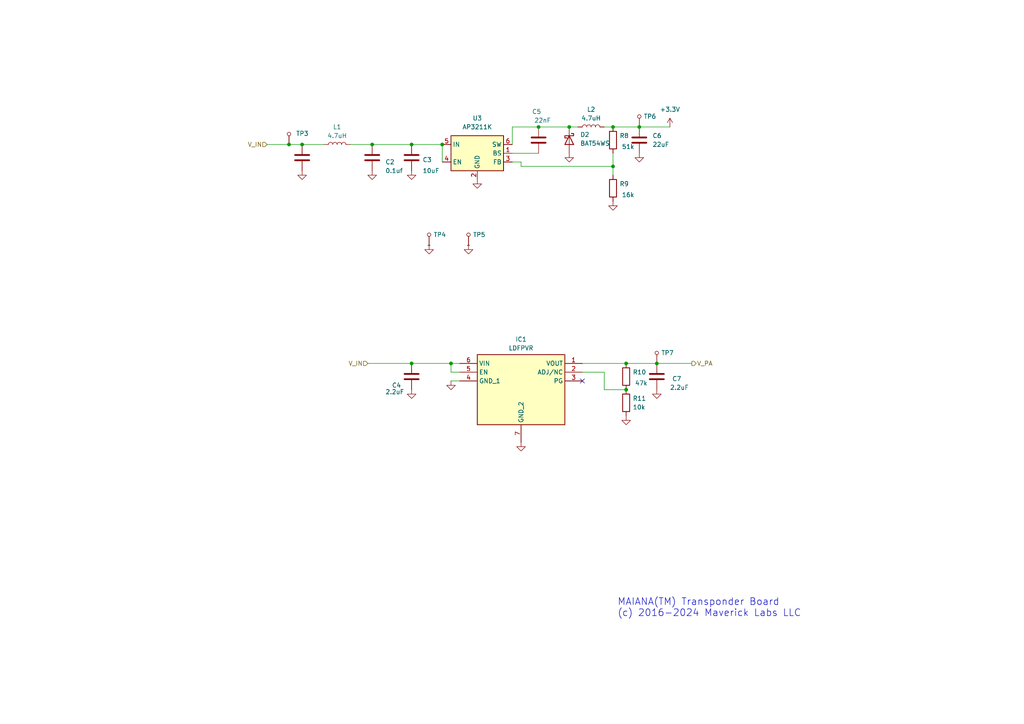
<source format=kicad_sch>
(kicad_sch
	(version 20231120)
	(generator "eeschema")
	(generator_version "8.0")
	(uuid "45bf777a-bb9b-4e24-95df-9078f1c71aea")
	(paper "A4")
	(title_block
		(title "Power Supply")
		(date "2025-05-28")
		(rev "11.9.2")
		(company "GBC.ro")
	)
	(lib_symbols
		(symbol "Device:C"
			(pin_numbers hide)
			(pin_names
				(offset 0.254)
			)
			(exclude_from_sim no)
			(in_bom yes)
			(on_board yes)
			(property "Reference" "C"
				(at 0.635 2.54 0)
				(effects
					(font
						(size 1.27 1.27)
					)
					(justify left)
				)
			)
			(property "Value" "C"
				(at 0.635 -2.54 0)
				(effects
					(font
						(size 1.27 1.27)
					)
					(justify left)
				)
			)
			(property "Footprint" ""
				(at 0.9652 -3.81 0)
				(effects
					(font
						(size 1.27 1.27)
					)
					(hide yes)
				)
			)
			(property "Datasheet" "~"
				(at 0 0 0)
				(effects
					(font
						(size 1.27 1.27)
					)
					(hide yes)
				)
			)
			(property "Description" "Unpolarized capacitor"
				(at 0 0 0)
				(effects
					(font
						(size 1.27 1.27)
					)
					(hide yes)
				)
			)
			(property "ki_keywords" "cap capacitor"
				(at 0 0 0)
				(effects
					(font
						(size 1.27 1.27)
					)
					(hide yes)
				)
			)
			(property "ki_fp_filters" "C_*"
				(at 0 0 0)
				(effects
					(font
						(size 1.27 1.27)
					)
					(hide yes)
				)
			)
			(symbol "C_0_1"
				(polyline
					(pts
						(xy -2.032 -0.762) (xy 2.032 -0.762)
					)
					(stroke
						(width 0.508)
						(type default)
					)
					(fill
						(type none)
					)
				)
				(polyline
					(pts
						(xy -2.032 0.762) (xy 2.032 0.762)
					)
					(stroke
						(width 0.508)
						(type default)
					)
					(fill
						(type none)
					)
				)
			)
			(symbol "C_1_1"
				(pin passive line
					(at 0 3.81 270)
					(length 2.794)
					(name "~"
						(effects
							(font
								(size 1.27 1.27)
							)
						)
					)
					(number "1"
						(effects
							(font
								(size 1.27 1.27)
							)
						)
					)
				)
				(pin passive line
					(at 0 -3.81 90)
					(length 2.794)
					(name "~"
						(effects
							(font
								(size 1.27 1.27)
							)
						)
					)
					(number "2"
						(effects
							(font
								(size 1.27 1.27)
							)
						)
					)
				)
			)
		)
		(symbol "Device:D_Schottky"
			(pin_numbers hide)
			(pin_names
				(offset 1.016) hide)
			(exclude_from_sim no)
			(in_bom yes)
			(on_board yes)
			(property "Reference" "D"
				(at 0 2.54 0)
				(effects
					(font
						(size 1.27 1.27)
					)
				)
			)
			(property "Value" "D_Schottky"
				(at 0 -2.54 0)
				(effects
					(font
						(size 1.27 1.27)
					)
				)
			)
			(property "Footprint" ""
				(at 0 0 0)
				(effects
					(font
						(size 1.27 1.27)
					)
					(hide yes)
				)
			)
			(property "Datasheet" "~"
				(at 0 0 0)
				(effects
					(font
						(size 1.27 1.27)
					)
					(hide yes)
				)
			)
			(property "Description" "Schottky diode"
				(at 0 0 0)
				(effects
					(font
						(size 1.27 1.27)
					)
					(hide yes)
				)
			)
			(property "ki_keywords" "diode Schottky"
				(at 0 0 0)
				(effects
					(font
						(size 1.27 1.27)
					)
					(hide yes)
				)
			)
			(property "ki_fp_filters" "TO-???* *_Diode_* *SingleDiode* D_*"
				(at 0 0 0)
				(effects
					(font
						(size 1.27 1.27)
					)
					(hide yes)
				)
			)
			(symbol "D_Schottky_0_1"
				(polyline
					(pts
						(xy 1.27 0) (xy -1.27 0)
					)
					(stroke
						(width 0)
						(type default)
					)
					(fill
						(type none)
					)
				)
				(polyline
					(pts
						(xy 1.27 1.27) (xy 1.27 -1.27) (xy -1.27 0) (xy 1.27 1.27)
					)
					(stroke
						(width 0.254)
						(type default)
					)
					(fill
						(type none)
					)
				)
				(polyline
					(pts
						(xy -1.905 0.635) (xy -1.905 1.27) (xy -1.27 1.27) (xy -1.27 -1.27) (xy -0.635 -1.27) (xy -0.635 -0.635)
					)
					(stroke
						(width 0.254)
						(type default)
					)
					(fill
						(type none)
					)
				)
			)
			(symbol "D_Schottky_1_1"
				(pin passive line
					(at -3.81 0 0)
					(length 2.54)
					(name "K"
						(effects
							(font
								(size 1.27 1.27)
							)
						)
					)
					(number "1"
						(effects
							(font
								(size 1.27 1.27)
							)
						)
					)
				)
				(pin passive line
					(at 3.81 0 180)
					(length 2.54)
					(name "A"
						(effects
							(font
								(size 1.27 1.27)
							)
						)
					)
					(number "2"
						(effects
							(font
								(size 1.27 1.27)
							)
						)
					)
				)
			)
		)
		(symbol "Device:L"
			(pin_numbers hide)
			(pin_names
				(offset 1.016) hide)
			(exclude_from_sim no)
			(in_bom yes)
			(on_board yes)
			(property "Reference" "L"
				(at -1.27 0 90)
				(effects
					(font
						(size 1.27 1.27)
					)
				)
			)
			(property "Value" "L"
				(at 1.905 0 90)
				(effects
					(font
						(size 1.27 1.27)
					)
				)
			)
			(property "Footprint" ""
				(at 0 0 0)
				(effects
					(font
						(size 1.27 1.27)
					)
					(hide yes)
				)
			)
			(property "Datasheet" "~"
				(at 0 0 0)
				(effects
					(font
						(size 1.27 1.27)
					)
					(hide yes)
				)
			)
			(property "Description" "Inductor"
				(at 0 0 0)
				(effects
					(font
						(size 1.27 1.27)
					)
					(hide yes)
				)
			)
			(property "ki_keywords" "inductor choke coil reactor magnetic"
				(at 0 0 0)
				(effects
					(font
						(size 1.27 1.27)
					)
					(hide yes)
				)
			)
			(property "ki_fp_filters" "Choke_* *Coil* Inductor_* L_*"
				(at 0 0 0)
				(effects
					(font
						(size 1.27 1.27)
					)
					(hide yes)
				)
			)
			(symbol "L_0_1"
				(arc
					(start 0 -2.54)
					(mid 0.6323 -1.905)
					(end 0 -1.27)
					(stroke
						(width 0)
						(type default)
					)
					(fill
						(type none)
					)
				)
				(arc
					(start 0 -1.27)
					(mid 0.6323 -0.635)
					(end 0 0)
					(stroke
						(width 0)
						(type default)
					)
					(fill
						(type none)
					)
				)
				(arc
					(start 0 0)
					(mid 0.6323 0.635)
					(end 0 1.27)
					(stroke
						(width 0)
						(type default)
					)
					(fill
						(type none)
					)
				)
				(arc
					(start 0 1.27)
					(mid 0.6323 1.905)
					(end 0 2.54)
					(stroke
						(width 0)
						(type default)
					)
					(fill
						(type none)
					)
				)
			)
			(symbol "L_1_1"
				(pin passive line
					(at 0 3.81 270)
					(length 1.27)
					(name "1"
						(effects
							(font
								(size 1.27 1.27)
							)
						)
					)
					(number "1"
						(effects
							(font
								(size 1.27 1.27)
							)
						)
					)
				)
				(pin passive line
					(at 0 -3.81 90)
					(length 1.27)
					(name "2"
						(effects
							(font
								(size 1.27 1.27)
							)
						)
					)
					(number "2"
						(effects
							(font
								(size 1.27 1.27)
							)
						)
					)
				)
			)
		)
		(symbol "Device:R"
			(pin_numbers hide)
			(pin_names
				(offset 0)
			)
			(exclude_from_sim no)
			(in_bom yes)
			(on_board yes)
			(property "Reference" "R"
				(at 2.032 0 90)
				(effects
					(font
						(size 1.27 1.27)
					)
				)
			)
			(property "Value" "R"
				(at 0 0 90)
				(effects
					(font
						(size 1.27 1.27)
					)
				)
			)
			(property "Footprint" ""
				(at -1.778 0 90)
				(effects
					(font
						(size 1.27 1.27)
					)
					(hide yes)
				)
			)
			(property "Datasheet" "~"
				(at 0 0 0)
				(effects
					(font
						(size 1.27 1.27)
					)
					(hide yes)
				)
			)
			(property "Description" "Resistor"
				(at 0 0 0)
				(effects
					(font
						(size 1.27 1.27)
					)
					(hide yes)
				)
			)
			(property "ki_keywords" "R res resistor"
				(at 0 0 0)
				(effects
					(font
						(size 1.27 1.27)
					)
					(hide yes)
				)
			)
			(property "ki_fp_filters" "R_*"
				(at 0 0 0)
				(effects
					(font
						(size 1.27 1.27)
					)
					(hide yes)
				)
			)
			(symbol "R_0_1"
				(rectangle
					(start -1.016 -2.54)
					(end 1.016 2.54)
					(stroke
						(width 0.254)
						(type default)
					)
					(fill
						(type none)
					)
				)
			)
			(symbol "R_1_1"
				(pin passive line
					(at 0 3.81 270)
					(length 1.27)
					(name "~"
						(effects
							(font
								(size 1.27 1.27)
							)
						)
					)
					(number "1"
						(effects
							(font
								(size 1.27 1.27)
							)
						)
					)
				)
				(pin passive line
					(at 0 -3.81 90)
					(length 1.27)
					(name "~"
						(effects
							(font
								(size 1.27 1.27)
							)
						)
					)
					(number "2"
						(effects
							(font
								(size 1.27 1.27)
							)
						)
					)
				)
			)
		)
		(symbol "LDFPVR:LDFPVR"
			(exclude_from_sim no)
			(in_bom yes)
			(on_board yes)
			(property "Reference" "IC"
				(at 31.75 7.62 0)
				(effects
					(font
						(size 1.27 1.27)
					)
					(justify left top)
				)
			)
			(property "Value" "LDFPVR"
				(at 31.75 5.08 0)
				(effects
					(font
						(size 1.27 1.27)
					)
					(justify left top)
				)
			)
			(property "Footprint" "SON65P200X200X100-7N-D"
				(at 31.75 -94.92 0)
				(effects
					(font
						(size 1.27 1.27)
					)
					(justify left top)
					(hide yes)
				)
			)
			(property "Datasheet" "http://www.st.com/content/ccc/resource/technical/document/datasheet/3e/64/32/d3/73/04/4a/70/DM00099995.pdf/files/DM00099995.pdf/jcr:content/translations/en.DM00099995.pdf"
				(at 31.75 -194.92 0)
				(effects
					(font
						(size 1.27 1.27)
					)
					(justify left top)
					(hide yes)
				)
			)
			(property "Description" "STMicroelectronics LDFPVR, LDO Voltage Regulator, Adjustable 1A, 0.8  12 V +/-1.5%, 6-Pin DFN"
				(at 0 0 0)
				(effects
					(font
						(size 1.27 1.27)
					)
					(hide yes)
				)
			)
			(property "Height" "1"
				(at 31.75 -394.92 0)
				(effects
					(font
						(size 1.27 1.27)
					)
					(justify left top)
					(hide yes)
				)
			)
			(property "Mouser Part Number" "511-LDFPVR"
				(at 31.75 -494.92 0)
				(effects
					(font
						(size 1.27 1.27)
					)
					(justify left top)
					(hide yes)
				)
			)
			(property "Mouser Price/Stock" "https://www.mouser.co.uk/ProductDetail/STMicroelectronics/LDFPVR?qs=xLDY6iXSiQbeQdnd6kJYEg%3D%3D"
				(at 31.75 -594.92 0)
				(effects
					(font
						(size 1.27 1.27)
					)
					(justify left top)
					(hide yes)
				)
			)
			(property "Manufacturer_Name" "STMicroelectronics"
				(at 31.75 -694.92 0)
				(effects
					(font
						(size 1.27 1.27)
					)
					(justify left top)
					(hide yes)
				)
			)
			(property "Manufacturer_Part_Number" "LDFPVR"
				(at 31.75 -794.92 0)
				(effects
					(font
						(size 1.27 1.27)
					)
					(justify left top)
					(hide yes)
				)
			)
			(symbol "LDFPVR_1_1"
				(rectangle
					(start 5.08 2.54)
					(end 30.48 -17.78)
					(stroke
						(width 0.254)
						(type default)
					)
					(fill
						(type background)
					)
				)
				(pin passive line
					(at 0 0 0)
					(length 5.08)
					(name "VOUT"
						(effects
							(font
								(size 1.27 1.27)
							)
						)
					)
					(number "1"
						(effects
							(font
								(size 1.27 1.27)
							)
						)
					)
				)
				(pin passive line
					(at 0 -2.54 0)
					(length 5.08)
					(name "ADJ/NC"
						(effects
							(font
								(size 1.27 1.27)
							)
						)
					)
					(number "2"
						(effects
							(font
								(size 1.27 1.27)
							)
						)
					)
				)
				(pin passive line
					(at 0 -5.08 0)
					(length 5.08)
					(name "PG"
						(effects
							(font
								(size 1.27 1.27)
							)
						)
					)
					(number "3"
						(effects
							(font
								(size 1.27 1.27)
							)
						)
					)
				)
				(pin passive line
					(at 35.56 -5.08 180)
					(length 5.08)
					(name "GND_1"
						(effects
							(font
								(size 1.27 1.27)
							)
						)
					)
					(number "4"
						(effects
							(font
								(size 1.27 1.27)
							)
						)
					)
				)
				(pin passive line
					(at 35.56 -2.54 180)
					(length 5.08)
					(name "EN"
						(effects
							(font
								(size 1.27 1.27)
							)
						)
					)
					(number "5"
						(effects
							(font
								(size 1.27 1.27)
							)
						)
					)
				)
				(pin passive line
					(at 35.56 0 180)
					(length 5.08)
					(name "VIN"
						(effects
							(font
								(size 1.27 1.27)
							)
						)
					)
					(number "6"
						(effects
							(font
								(size 1.27 1.27)
							)
						)
					)
				)
				(pin passive line
					(at 17.78 -22.86 90)
					(length 5.08)
					(name "GND_2"
						(effects
							(font
								(size 1.27 1.27)
							)
						)
					)
					(number "7"
						(effects
							(font
								(size 1.27 1.27)
							)
						)
					)
				)
			)
		)
		(symbol "Regulator_Switching:AP3211K"
			(exclude_from_sim no)
			(in_bom yes)
			(on_board yes)
			(property "Reference" "U"
				(at -7.62 6.35 0)
				(effects
					(font
						(size 1.27 1.27)
					)
					(justify left)
				)
			)
			(property "Value" "AP3211K"
				(at 0 6.35 0)
				(effects
					(font
						(size 1.27 1.27)
					)
					(justify left)
				)
			)
			(property "Footprint" "Package_TO_SOT_SMD:SOT-23-6"
				(at 17.78 -7.62 0)
				(effects
					(font
						(size 1.27 1.27)
					)
					(hide yes)
				)
			)
			(property "Datasheet" "https://www.diodes.com/assets/Datasheets/AP3211.pdf"
				(at 0 8.89 0)
				(effects
					(font
						(size 1.27 1.27)
					)
					(hide yes)
				)
			)
			(property "Description" "1.5A, Adjustable Step-Down Voltage Regulator, 1.4MHz Frequency, Vin=4.5..18V, Vout=0.81..15V, SOT-23-6"
				(at 0 0 0)
				(effects
					(font
						(size 1.27 1.27)
					)
					(hide yes)
				)
			)
			(property "ki_keywords" "Step-Down PWM buck Voltage Regulator"
				(at 0 0 0)
				(effects
					(font
						(size 1.27 1.27)
					)
					(hide yes)
				)
			)
			(property "ki_fp_filters" "SOT?23*"
				(at 0 0 0)
				(effects
					(font
						(size 1.27 1.27)
					)
					(hide yes)
				)
			)
			(symbol "AP3211K_0_1"
				(rectangle
					(start -7.62 5.08)
					(end 7.62 -5.08)
					(stroke
						(width 0.254)
						(type default)
					)
					(fill
						(type background)
					)
				)
			)
			(symbol "AP3211K_1_1"
				(pin passive line
					(at 10.16 0 180)
					(length 2.54)
					(name "BS"
						(effects
							(font
								(size 1.27 1.27)
							)
						)
					)
					(number "1"
						(effects
							(font
								(size 1.27 1.27)
							)
						)
					)
				)
				(pin power_in line
					(at 0 -7.62 90)
					(length 2.54)
					(name "GND"
						(effects
							(font
								(size 1.27 1.27)
							)
						)
					)
					(number "2"
						(effects
							(font
								(size 1.27 1.27)
							)
						)
					)
				)
				(pin input line
					(at 10.16 -2.54 180)
					(length 2.54)
					(name "FB"
						(effects
							(font
								(size 1.27 1.27)
							)
						)
					)
					(number "3"
						(effects
							(font
								(size 1.27 1.27)
							)
						)
					)
				)
				(pin input line
					(at -10.16 -2.54 0)
					(length 2.54)
					(name "EN"
						(effects
							(font
								(size 1.27 1.27)
							)
						)
					)
					(number "4"
						(effects
							(font
								(size 1.27 1.27)
							)
						)
					)
				)
				(pin power_in line
					(at -10.16 2.54 0)
					(length 2.54)
					(name "IN"
						(effects
							(font
								(size 1.27 1.27)
							)
						)
					)
					(number "5"
						(effects
							(font
								(size 1.27 1.27)
							)
						)
					)
				)
				(pin passive line
					(at 10.16 2.54 180)
					(length 2.54)
					(name "SW"
						(effects
							(font
								(size 1.27 1.27)
							)
						)
					)
					(number "6"
						(effects
							(font
								(size 1.27 1.27)
							)
						)
					)
				)
			)
		)
		(symbol "TestPads:TestPad-D1.2mm"
			(exclude_from_sim no)
			(in_bom yes)
			(on_board yes)
			(property "Reference" "TP"
				(at 1.27 4.826 0)
				(effects
					(font
						(size 1.27 1.27)
					)
				)
			)
			(property "Value" ""
				(at 0 0 0)
				(effects
					(font
						(size 1.27 1.27)
					)
				)
			)
			(property "Footprint" "TestPads:TP_1.2MM"
				(at 0 0 0)
				(effects
					(font
						(size 1.27 1.27)
					)
					(hide yes)
				)
			)
			(property "Datasheet" ""
				(at 0 0 0)
				(effects
					(font
						(size 1.27 1.27)
					)
					(hide yes)
				)
			)
			(property "Description" ""
				(at 0 0 0)
				(effects
					(font
						(size 1.27 1.27)
					)
					(hide yes)
				)
			)
			(symbol "TestPad-D1.2mm_0_1"
				(circle
					(center 0 3.048)
					(radius 0.508)
					(stroke
						(width 0)
						(type default)
					)
					(fill
						(type none)
					)
				)
			)
			(symbol "TestPad-D1.2mm_1_1"
				(pin passive line
					(at 0 0 90)
					(length 2.54)
					(name "P"
						(effects
							(font
								(size 0 0)
							)
						)
					)
					(number "1"
						(effects
							(font
								(size 0 0)
							)
						)
					)
				)
			)
		)
		(symbol "power:+3.3V"
			(power)
			(pin_names
				(offset 0)
			)
			(exclude_from_sim no)
			(in_bom yes)
			(on_board yes)
			(property "Reference" "#PWR"
				(at 0 -3.81 0)
				(effects
					(font
						(size 1.27 1.27)
					)
					(hide yes)
				)
			)
			(property "Value" "+3.3V"
				(at 0 3.556 0)
				(effects
					(font
						(size 1.27 1.27)
					)
				)
			)
			(property "Footprint" ""
				(at 0 0 0)
				(effects
					(font
						(size 1.27 1.27)
					)
					(hide yes)
				)
			)
			(property "Datasheet" ""
				(at 0 0 0)
				(effects
					(font
						(size 1.27 1.27)
					)
					(hide yes)
				)
			)
			(property "Description" "Power symbol creates a global label with name \"+3.3V\""
				(at 0 0 0)
				(effects
					(font
						(size 1.27 1.27)
					)
					(hide yes)
				)
			)
			(property "ki_keywords" "global power"
				(at 0 0 0)
				(effects
					(font
						(size 1.27 1.27)
					)
					(hide yes)
				)
			)
			(symbol "+3.3V_0_1"
				(polyline
					(pts
						(xy -0.762 1.27) (xy 0 2.54)
					)
					(stroke
						(width 0)
						(type default)
					)
					(fill
						(type none)
					)
				)
				(polyline
					(pts
						(xy 0 0) (xy 0 2.54)
					)
					(stroke
						(width 0)
						(type default)
					)
					(fill
						(type none)
					)
				)
				(polyline
					(pts
						(xy 0 2.54) (xy 0.762 1.27)
					)
					(stroke
						(width 0)
						(type default)
					)
					(fill
						(type none)
					)
				)
			)
			(symbol "+3.3V_1_1"
				(pin power_in line
					(at 0 0 90)
					(length 0) hide
					(name "+3.3V"
						(effects
							(font
								(size 1.27 1.27)
							)
						)
					)
					(number "1"
						(effects
							(font
								(size 1.27 1.27)
							)
						)
					)
				)
			)
		)
		(symbol "power:GND"
			(power)
			(pin_names
				(offset 0)
			)
			(exclude_from_sim no)
			(in_bom yes)
			(on_board yes)
			(property "Reference" "#PWR"
				(at 0 -6.35 0)
				(effects
					(font
						(size 1.27 1.27)
					)
					(hide yes)
				)
			)
			(property "Value" "GND"
				(at 0 -3.81 0)
				(effects
					(font
						(size 1.27 1.27)
					)
				)
			)
			(property "Footprint" ""
				(at 0 0 0)
				(effects
					(font
						(size 1.27 1.27)
					)
					(hide yes)
				)
			)
			(property "Datasheet" ""
				(at 0 0 0)
				(effects
					(font
						(size 1.27 1.27)
					)
					(hide yes)
				)
			)
			(property "Description" "Power symbol creates a global label with name \"GND\" , ground"
				(at 0 0 0)
				(effects
					(font
						(size 1.27 1.27)
					)
					(hide yes)
				)
			)
			(property "ki_keywords" "global power"
				(at 0 0 0)
				(effects
					(font
						(size 1.27 1.27)
					)
					(hide yes)
				)
			)
			(symbol "GND_0_1"
				(polyline
					(pts
						(xy 0 0) (xy 0 -1.27) (xy 1.27 -1.27) (xy 0 -2.54) (xy -1.27 -1.27) (xy 0 -1.27)
					)
					(stroke
						(width 0)
						(type default)
					)
					(fill
						(type none)
					)
				)
			)
			(symbol "GND_1_1"
				(pin power_in line
					(at 0 0 270)
					(length 0) hide
					(name "GND"
						(effects
							(font
								(size 1.27 1.27)
							)
						)
					)
					(number "1"
						(effects
							(font
								(size 1.27 1.27)
							)
						)
					)
				)
			)
		)
	)
	(junction
		(at 181.61 105.41)
		(diameter 0)
		(color 0 0 0 0)
		(uuid "07617e39-6415-4d39-81d5-11dc39ec2d19")
	)
	(junction
		(at 165.1 36.83)
		(diameter 0)
		(color 0 0 0 0)
		(uuid "25e45869-4e31-47ec-95e3-a72ac5741fae")
	)
	(junction
		(at 181.61 113.03)
		(diameter 0)
		(color 0 0 0 0)
		(uuid "30e43252-92cd-4bae-a543-a8c5c622ca75")
	)
	(junction
		(at 119.38 41.91)
		(diameter 0)
		(color 0 0 0 0)
		(uuid "3a290a9a-6de7-41de-88d7-8dcf670236c5")
	)
	(junction
		(at 156.21 36.83)
		(diameter 0)
		(color 0 0 0 0)
		(uuid "407e74d9-6f6e-4cf0-91ca-abeaaa30eac0")
	)
	(junction
		(at 87.63 41.91)
		(diameter 0)
		(color 0 0 0 0)
		(uuid "47af1c8d-cd2d-40e9-9d3c-d621c9eebd93")
	)
	(junction
		(at 119.38 105.41)
		(diameter 0)
		(color 0 0 0 0)
		(uuid "65c80478-c3dc-418f-9a4b-33b4f68abcc1")
	)
	(junction
		(at 185.42 36.83)
		(diameter 0)
		(color 0 0 0 0)
		(uuid "7e627f3d-b0bb-4edc-b652-450a47da4dbf")
	)
	(junction
		(at 177.8 48.26)
		(diameter 0)
		(color 0 0 0 0)
		(uuid "96dce03a-a3cb-404e-acbd-d9cc396f35df")
	)
	(junction
		(at 107.95 41.91)
		(diameter 0)
		(color 0 0 0 0)
		(uuid "9ebaccaf-1f69-4de3-a4ee-c7a927fe4d77")
	)
	(junction
		(at 128.27 41.91)
		(diameter 0)
		(color 0 0 0 0)
		(uuid "a4c545fd-b831-45c0-ad27-3cd4278fa029")
	)
	(junction
		(at 177.8 36.83)
		(diameter 0)
		(color 0 0 0 0)
		(uuid "af6bc547-7086-4634-8a4c-5165bf1c5d6c")
	)
	(junction
		(at 190.5 105.41)
		(diameter 0)
		(color 0 0 0 0)
		(uuid "c190978a-6e26-4c80-b4d7-baf5b4e00b33")
	)
	(junction
		(at 130.81 105.41)
		(diameter 0)
		(color 0 0 0 0)
		(uuid "ddf56004-7aaa-4190-88f0-188c575fc4f3")
	)
	(junction
		(at 83.82 41.91)
		(diameter 0)
		(color 0 0 0 0)
		(uuid "e5019874-c44a-49ee-8636-0577622a5eb6")
	)
	(no_connect
		(at 168.91 110.49)
		(uuid "a60faf2a-f080-4327-87c8-f8a1a156c564")
	)
	(wire
		(pts
			(xy 177.8 48.26) (xy 177.8 50.8)
		)
		(stroke
			(width 0)
			(type default)
		)
		(uuid "00195911-0f0b-4c17-b407-c4380dca1d3c")
	)
	(wire
		(pts
			(xy 119.38 105.41) (xy 130.81 105.41)
		)
		(stroke
			(width 0)
			(type default)
		)
		(uuid "0951926d-dd34-4367-8069-1828bf16e541")
	)
	(wire
		(pts
			(xy 185.42 36.83) (xy 194.31 36.83)
		)
		(stroke
			(width 0)
			(type default)
		)
		(uuid "16ad7981-d86b-41f7-b62e-2060d1c0351a")
	)
	(wire
		(pts
			(xy 130.81 110.49) (xy 133.35 110.49)
		)
		(stroke
			(width 0)
			(type default)
		)
		(uuid "1b2ed89e-8080-4675-b5e5-6b7e67ed216a")
	)
	(wire
		(pts
			(xy 148.59 41.91) (xy 148.59 36.83)
		)
		(stroke
			(width 0)
			(type default)
		)
		(uuid "1c5235c7-6da9-498c-baf0-3e38cb713309")
	)
	(wire
		(pts
			(xy 133.35 107.95) (xy 130.81 107.95)
		)
		(stroke
			(width 0)
			(type default)
		)
		(uuid "236da93d-85d4-4c70-b975-03eb99bced58")
	)
	(wire
		(pts
			(xy 77.47 41.91) (xy 83.82 41.91)
		)
		(stroke
			(width 0)
			(type default)
		)
		(uuid "27168095-8f51-453d-bfbd-27d158f1ea41")
	)
	(wire
		(pts
			(xy 175.26 107.95) (xy 175.26 113.03)
		)
		(stroke
			(width 0)
			(type default)
		)
		(uuid "2957c8cb-753c-4cd5-bce2-49732401b7f4")
	)
	(wire
		(pts
			(xy 130.81 105.41) (xy 133.35 105.41)
		)
		(stroke
			(width 0)
			(type default)
		)
		(uuid "37773aef-3e53-43ba-9dd0-f732a0b881ed")
	)
	(wire
		(pts
			(xy 168.91 107.95) (xy 175.26 107.95)
		)
		(stroke
			(width 0)
			(type default)
		)
		(uuid "380f99e8-db20-4a24-aaf3-3f23ff698640")
	)
	(wire
		(pts
			(xy 151.13 46.99) (xy 151.13 48.26)
		)
		(stroke
			(width 0)
			(type default)
		)
		(uuid "51246952-7692-4833-a9e3-11adb133afec")
	)
	(wire
		(pts
			(xy 177.8 44.45) (xy 177.8 48.26)
		)
		(stroke
			(width 0)
			(type default)
		)
		(uuid "552caf25-e0fb-4e67-aebf-f1f15b1f6b82")
	)
	(wire
		(pts
			(xy 106.68 105.41) (xy 119.38 105.41)
		)
		(stroke
			(width 0)
			(type default)
		)
		(uuid "5a803d50-e7f5-479f-8746-10945952ba1f")
	)
	(wire
		(pts
			(xy 130.81 105.41) (xy 130.81 107.95)
		)
		(stroke
			(width 0)
			(type default)
		)
		(uuid "5ab4977b-dc62-482f-817b-caba4bb0d0ef")
	)
	(wire
		(pts
			(xy 175.26 36.83) (xy 177.8 36.83)
		)
		(stroke
			(width 0)
			(type default)
		)
		(uuid "5f6469a0-1e50-422e-bbf8-2228d068eec9")
	)
	(wire
		(pts
			(xy 156.21 36.83) (xy 165.1 36.83)
		)
		(stroke
			(width 0)
			(type default)
		)
		(uuid "60bed690-e5ae-4bc8-96f1-a0860e41f827")
	)
	(wire
		(pts
			(xy 87.63 41.91) (xy 93.98 41.91)
		)
		(stroke
			(width 0)
			(type default)
		)
		(uuid "6bdf2cbf-bfe5-4736-8823-7519b1fb2210")
	)
	(wire
		(pts
			(xy 177.8 36.83) (xy 185.42 36.83)
		)
		(stroke
			(width 0)
			(type default)
		)
		(uuid "725ca88c-bb98-4d1d-a594-49b173786db0")
	)
	(wire
		(pts
			(xy 165.1 36.83) (xy 167.64 36.83)
		)
		(stroke
			(width 0)
			(type default)
		)
		(uuid "880d071f-3603-469e-82dc-3c45cfccdc31")
	)
	(wire
		(pts
			(xy 148.59 36.83) (xy 156.21 36.83)
		)
		(stroke
			(width 0)
			(type default)
		)
		(uuid "a3c98866-fb50-4374-8021-d6b464f1b4ea")
	)
	(wire
		(pts
			(xy 128.27 41.91) (xy 128.27 46.99)
		)
		(stroke
			(width 0)
			(type default)
		)
		(uuid "a9317ad2-7515-4c76-9d66-ca9b3f9cb2f1")
	)
	(wire
		(pts
			(xy 148.59 44.45) (xy 156.21 44.45)
		)
		(stroke
			(width 0)
			(type default)
		)
		(uuid "b611bb64-a555-4bb5-875a-3ce1ef69e8ce")
	)
	(wire
		(pts
			(xy 175.26 113.03) (xy 181.61 113.03)
		)
		(stroke
			(width 0)
			(type default)
		)
		(uuid "b70a1fbc-c143-4443-85d6-8404b7773df6")
	)
	(wire
		(pts
			(xy 181.61 105.41) (xy 190.5 105.41)
		)
		(stroke
			(width 0)
			(type default)
		)
		(uuid "bedab28c-cd3e-4b8a-afea-06f20b5c0ba8")
	)
	(wire
		(pts
			(xy 151.13 48.26) (xy 177.8 48.26)
		)
		(stroke
			(width 0)
			(type default)
		)
		(uuid "c3d8949d-cbc5-4c95-a3ce-0cbce4b58c27")
	)
	(wire
		(pts
			(xy 190.5 105.41) (xy 200.66 105.41)
		)
		(stroke
			(width 0)
			(type default)
		)
		(uuid "d2b6e667-5374-40e3-a4ce-f425146dc977")
	)
	(wire
		(pts
			(xy 119.38 41.91) (xy 128.27 41.91)
		)
		(stroke
			(width 0)
			(type default)
		)
		(uuid "db5dfaa8-c169-4046-9e01-da60da8cf523")
	)
	(wire
		(pts
			(xy 101.6 41.91) (xy 107.95 41.91)
		)
		(stroke
			(width 0)
			(type default)
		)
		(uuid "e6abfd63-4cfc-47ca-9eda-b55785477708")
	)
	(wire
		(pts
			(xy 107.95 41.91) (xy 119.38 41.91)
		)
		(stroke
			(width 0)
			(type default)
		)
		(uuid "e745fa7e-77b6-4e97-8d38-feb92c3cdd93")
	)
	(wire
		(pts
			(xy 168.91 105.41) (xy 181.61 105.41)
		)
		(stroke
			(width 0)
			(type default)
		)
		(uuid "ecd93347-9e7c-4982-b3c5-5312aedb59c8")
	)
	(wire
		(pts
			(xy 148.59 46.99) (xy 151.13 46.99)
		)
		(stroke
			(width 0)
			(type default)
		)
		(uuid "ee2122a5-ba33-424d-9625-3b155dabc2ba")
	)
	(wire
		(pts
			(xy 83.82 41.91) (xy 87.63 41.91)
		)
		(stroke
			(width 0)
			(type default)
		)
		(uuid "fbbcea5e-3798-42b5-a013-04e513b15a8c")
	)
	(text "MAIANA(TM) Transponder Board\n(c) 2016-2024 Maverick Labs LLC"
		(exclude_from_sim no)
		(at 179.07 179.07 0)
		(effects
			(font
				(size 2 2)
			)
			(justify left bottom)
		)
		(uuid "f9346121-423a-4493-880e-d4148a379e60")
	)
	(hierarchical_label "V_IN"
		(shape input)
		(at 106.68 105.41 180)
		(effects
			(font
				(size 1.27 1.27)
			)
			(justify right)
		)
		(uuid "0d5352df-1000-41ea-97bb-0ebb59fbbde1")
	)
	(hierarchical_label "V_PA"
		(shape output)
		(at 200.66 105.41 0)
		(effects
			(font
				(size 1.27 1.27)
			)
			(justify left)
		)
		(uuid "0dfe26a2-cf2b-4e69-b952-79d818f65055")
	)
	(hierarchical_label "V_IN"
		(shape input)
		(at 77.47 41.91 180)
		(effects
			(font
				(size 1.27 1.27)
			)
			(justify right)
		)
		(uuid "a2a00524-47c2-4cd7-8cd5-8031f99c3261")
	)
	(symbol
		(lib_id "Device:C")
		(at 156.21 40.64 180)
		(unit 1)
		(exclude_from_sim no)
		(in_bom yes)
		(on_board yes)
		(dnp no)
		(uuid "09a35cdb-4cf3-48d8-9366-8e1c224f4788")
		(property "Reference" "C5"
			(at 154.305 32.385 0)
			(effects
				(font
					(size 1.27 1.27)
				)
				(justify right)
			)
		)
		(property "Value" "22nF"
			(at 154.94 34.925 0)
			(effects
				(font
					(size 1.27 1.27)
				)
				(justify right)
			)
		)
		(property "Footprint" "Capacitor_SMD:C_0603_1608Metric"
			(at 155.2448 36.83 0)
			(effects
				(font
					(size 1.27 1.27)
				)
				(hide yes)
			)
		)
		(property "Datasheet" "~"
			(at 156.21 40.64 0)
			(effects
				(font
					(size 1.27 1.27)
				)
				(hide yes)
			)
		)
		(property "Description" ""
			(at 156.21 40.64 0)
			(effects
				(font
					(size 1.27 1.27)
				)
				(hide yes)
			)
		)
		(pin "1"
			(uuid "93a04681-e7ce-4808-acf1-992381962195")
		)
		(pin "2"
			(uuid "7eda1d79-5257-40d7-905d-d4f25e321f84")
		)
		(instances
			(project "transponder-11.9.1"
				(path "/b583e26f-fd46-44a9-8c29-035f43244830/e6994ea4-dbe8-4ef1-8ffd-f93abc1ad1cc"
					(reference "C5")
					(unit 1)
				)
			)
		)
	)
	(symbol
		(lib_id "LDFPVR:LDFPVR")
		(at 168.91 105.41 0)
		(mirror y)
		(unit 1)
		(exclude_from_sim no)
		(in_bom yes)
		(on_board yes)
		(dnp no)
		(uuid "1e804be8-eb0c-49f2-a81f-21ec33f28247")
		(property "Reference" "IC1"
			(at 151.13 98.425 0)
			(effects
				(font
					(size 1.27 1.27)
				)
			)
		)
		(property "Value" "LDFPVR"
			(at 151.13 100.965 0)
			(effects
				(font
					(size 1.27 1.27)
				)
			)
		)
		(property "Footprint" "KiCadFootprints:SON65P200X200X100-7N-D"
			(at 137.16 200.33 0)
			(effects
				(font
					(size 1.27 1.27)
				)
				(justify left top)
				(hide yes)
			)
		)
		(property "Datasheet" "http://www.st.com/content/ccc/resource/technical/document/datasheet/3e/64/32/d3/73/04/4a/70/DM00099995.pdf/files/DM00099995.pdf/jcr:content/translations/en.DM00099995.pdf"
			(at 137.16 300.33 0)
			(effects
				(font
					(size 1.27 1.27)
				)
				(justify left top)
				(hide yes)
			)
		)
		(property "Description" ""
			(at 168.91 105.41 0)
			(effects
				(font
					(size 1.27 1.27)
				)
				(hide yes)
			)
		)
		(property "Height" "1"
			(at 137.16 500.33 0)
			(effects
				(font
					(size 1.27 1.27)
				)
				(justify left top)
				(hide yes)
			)
		)
		(property "Mouser Part Number" "511-LDFPVR"
			(at 137.16 600.33 0)
			(effects
				(font
					(size 1.27 1.27)
				)
				(justify left top)
				(hide yes)
			)
		)
		(property "Mouser Price/Stock" "https://www.mouser.co.uk/ProductDetail/STMicroelectronics/LDFPVR?qs=xLDY6iXSiQbeQdnd6kJYEg%3D%3D"
			(at 137.16 700.33 0)
			(effects
				(font
					(size 1.27 1.27)
				)
				(justify left top)
				(hide yes)
			)
		)
		(property "Manufacturer_Name" "STMicroelectronics"
			(at 137.16 800.33 0)
			(effects
				(font
					(size 1.27 1.27)
				)
				(justify left top)
				(hide yes)
			)
		)
		(property "Manufacturer_Part_Number" "LDFPVR"
			(at 137.16 900.33 0)
			(effects
				(font
					(size 1.27 1.27)
				)
				(justify left top)
				(hide yes)
			)
		)
		(pin "1"
			(uuid "c68aadb5-b26d-48cb-9272-c224f4539b3d")
		)
		(pin "2"
			(uuid "9f7edebc-004c-4045-8218-b3cf12258f46")
		)
		(pin "3"
			(uuid "e7011a51-5427-4b79-82dc-daaaa420fba0")
		)
		(pin "4"
			(uuid "9a9a362a-93ea-4f5e-8e37-826b8e2cb8c4")
		)
		(pin "5"
			(uuid "d7bbf531-8868-4259-85f8-e278a15ee0d2")
		)
		(pin "6"
			(uuid "d9d5778c-e459-4bab-8019-ab1214449b34")
		)
		(pin "7"
			(uuid "b16386d5-d102-4d75-93a4-163edc909e14")
		)
		(instances
			(project "transponder-11.9.1"
				(path "/b583e26f-fd46-44a9-8c29-035f43244830/e6994ea4-dbe8-4ef1-8ffd-f93abc1ad1cc"
					(reference "IC1")
					(unit 1)
				)
			)
		)
	)
	(symbol
		(lib_id "power:GND")
		(at 138.43 52.07 0)
		(unit 1)
		(exclude_from_sim no)
		(in_bom yes)
		(on_board yes)
		(dnp no)
		(fields_autoplaced yes)
		(uuid "25bea69c-1ca4-4d00-aad3-d127101032aa")
		(property "Reference" "#PWR015"
			(at 138.43 58.42 0)
			(effects
				(font
					(size 1.27 1.27)
				)
				(hide yes)
			)
		)
		(property "Value" "GND"
			(at 138.43 57.15 0)
			(effects
				(font
					(size 1.27 1.27)
				)
				(hide yes)
			)
		)
		(property "Footprint" ""
			(at 138.43 52.07 0)
			(effects
				(font
					(size 1.27 1.27)
				)
				(hide yes)
			)
		)
		(property "Datasheet" ""
			(at 138.43 52.07 0)
			(effects
				(font
					(size 1.27 1.27)
				)
				(hide yes)
			)
		)
		(property "Description" ""
			(at 138.43 52.07 0)
			(effects
				(font
					(size 1.27 1.27)
				)
				(hide yes)
			)
		)
		(pin "1"
			(uuid "f75bcd4e-9874-4c79-9db8-036102cd0399")
		)
		(instances
			(project "transponder-11.9.1"
				(path "/b583e26f-fd46-44a9-8c29-035f43244830/e6994ea4-dbe8-4ef1-8ffd-f93abc1ad1cc"
					(reference "#PWR015")
					(unit 1)
				)
			)
		)
	)
	(symbol
		(lib_id "TestPads:TestPad-D1.2mm")
		(at 135.89 71.12 0)
		(unit 1)
		(exclude_from_sim no)
		(in_bom yes)
		(on_board yes)
		(dnp no)
		(fields_autoplaced yes)
		(uuid "25f0a0ce-bbec-4239-a579-6c768028be11")
		(property "Reference" "TP5"
			(at 137.16 68.072 0)
			(effects
				(font
					(size 1.27 1.27)
				)
				(justify left)
			)
		)
		(property "Value" "~"
			(at 135.89 71.12 0)
			(effects
				(font
					(size 1.27 1.27)
				)
			)
		)
		(property "Footprint" "TestPads:TP_1.2MM"
			(at 135.89 71.12 0)
			(effects
				(font
					(size 1.27 1.27)
				)
				(hide yes)
			)
		)
		(property "Datasheet" ""
			(at 135.89 71.12 0)
			(effects
				(font
					(size 1.27 1.27)
				)
				(hide yes)
			)
		)
		(property "Description" ""
			(at 135.89 71.12 0)
			(effects
				(font
					(size 1.27 1.27)
				)
				(hide yes)
			)
		)
		(pin "1"
			(uuid "a201d5fe-9166-4375-ac03-154259d94625")
		)
		(instances
			(project "transponder-11.9.1"
				(path "/b583e26f-fd46-44a9-8c29-035f43244830/e6994ea4-dbe8-4ef1-8ffd-f93abc1ad1cc"
					(reference "TP5")
					(unit 1)
				)
			)
		)
	)
	(symbol
		(lib_id "Device:R")
		(at 181.61 109.22 0)
		(unit 1)
		(exclude_from_sim no)
		(in_bom yes)
		(on_board yes)
		(dnp no)
		(uuid "26fb3bb8-6d77-4996-8701-111dc68c06f4")
		(property "Reference" "R10"
			(at 183.515 107.95 0)
			(effects
				(font
					(size 1.27 1.27)
				)
				(justify left)
			)
		)
		(property "Value" "47k"
			(at 184.15 111.125 0)
			(effects
				(font
					(size 1.27 1.27)
				)
				(justify left)
			)
		)
		(property "Footprint" "Resistor_SMD:R_0603_1608Metric"
			(at 179.832 109.22 90)
			(effects
				(font
					(size 1.27 1.27)
				)
				(hide yes)
			)
		)
		(property "Datasheet" "~"
			(at 181.61 109.22 0)
			(effects
				(font
					(size 1.27 1.27)
				)
				(hide yes)
			)
		)
		(property "Description" ""
			(at 181.61 109.22 0)
			(effects
				(font
					(size 1.27 1.27)
				)
				(hide yes)
			)
		)
		(pin "1"
			(uuid "3212c593-82f7-4d0e-930f-b568d0ed1818")
		)
		(pin "2"
			(uuid "12ef4604-8031-4a8e-9e84-7b729205648b")
		)
		(instances
			(project "transponder-11.9.1"
				(path "/b583e26f-fd46-44a9-8c29-035f43244830/e6994ea4-dbe8-4ef1-8ffd-f93abc1ad1cc"
					(reference "R10")
					(unit 1)
				)
			)
		)
	)
	(symbol
		(lib_id "Device:L")
		(at 171.45 36.83 90)
		(unit 1)
		(exclude_from_sim no)
		(in_bom yes)
		(on_board yes)
		(dnp no)
		(fields_autoplaced yes)
		(uuid "37775ac0-95c3-4d3d-814b-f92d21b561c5")
		(property "Reference" "L2"
			(at 171.45 31.75 90)
			(effects
				(font
					(size 1.27 1.27)
				)
			)
		)
		(property "Value" "4.7uH"
			(at 171.45 34.29 90)
			(effects
				(font
					(size 1.27 1.27)
				)
			)
		)
		(property "Footprint" "Resistor_SMD:R_0805_2012Metric"
			(at 171.45 36.83 0)
			(effects
				(font
					(size 1.27 1.27)
				)
				(hide yes)
			)
		)
		(property "Datasheet" "~"
			(at 171.45 36.83 0)
			(effects
				(font
					(size 1.27 1.27)
				)
				(hide yes)
			)
		)
		(property "Description" ""
			(at 171.45 36.83 0)
			(effects
				(font
					(size 1.27 1.27)
				)
				(hide yes)
			)
		)
		(pin "1"
			(uuid "9c985142-c57a-497a-9a78-0adfa9acab23")
		)
		(pin "2"
			(uuid "36da475e-adc5-4219-a303-5baa993cde7b")
		)
		(instances
			(project "transponder-11.9.1"
				(path "/b583e26f-fd46-44a9-8c29-035f43244830/e6994ea4-dbe8-4ef1-8ffd-f93abc1ad1cc"
					(reference "L2")
					(unit 1)
				)
			)
		)
	)
	(symbol
		(lib_id "Device:C")
		(at 190.5 109.22 180)
		(unit 1)
		(exclude_from_sim no)
		(in_bom yes)
		(on_board yes)
		(dnp no)
		(uuid "3b54e70b-7443-475a-a73b-0628ca587ea0")
		(property "Reference" "C7"
			(at 194.945 109.855 0)
			(effects
				(font
					(size 1.27 1.27)
				)
				(justify right)
			)
		)
		(property "Value" "2.2uF"
			(at 194.31 112.395 0)
			(effects
				(font
					(size 1.27 1.27)
				)
				(justify right)
			)
		)
		(property "Footprint" "Capacitor_SMD:C_0603_1608Metric"
			(at 189.5348 105.41 0)
			(effects
				(font
					(size 1.27 1.27)
				)
				(hide yes)
			)
		)
		(property "Datasheet" "~"
			(at 190.5 109.22 0)
			(effects
				(font
					(size 1.27 1.27)
				)
				(hide yes)
			)
		)
		(property "Description" ""
			(at 190.5 109.22 0)
			(effects
				(font
					(size 1.27 1.27)
				)
				(hide yes)
			)
		)
		(pin "1"
			(uuid "2993abef-209d-47a4-a062-580971a74135")
		)
		(pin "2"
			(uuid "00098257-4ecc-4cd1-bed2-b7572062b8b7")
		)
		(instances
			(project "transponder-11.9.1"
				(path "/b583e26f-fd46-44a9-8c29-035f43244830/e6994ea4-dbe8-4ef1-8ffd-f93abc1ad1cc"
					(reference "C7")
					(unit 1)
				)
			)
		)
	)
	(symbol
		(lib_id "TestPads:TestPad-D1.2mm")
		(at 190.5 105.41 0)
		(unit 1)
		(exclude_from_sim no)
		(in_bom yes)
		(on_board yes)
		(dnp no)
		(fields_autoplaced yes)
		(uuid "3c2b414f-9124-48b7-91f4-08b774a6f70e")
		(property "Reference" "TP7"
			(at 191.77 102.362 0)
			(effects
				(font
					(size 1.27 1.27)
				)
				(justify left)
			)
		)
		(property "Value" "~"
			(at 190.5 105.41 0)
			(effects
				(font
					(size 1.27 1.27)
				)
			)
		)
		(property "Footprint" "TestPads:TP_1.2MM"
			(at 190.5 105.41 0)
			(effects
				(font
					(size 1.27 1.27)
				)
				(hide yes)
			)
		)
		(property "Datasheet" ""
			(at 190.5 105.41 0)
			(effects
				(font
					(size 1.27 1.27)
				)
				(hide yes)
			)
		)
		(property "Description" ""
			(at 190.5 105.41 0)
			(effects
				(font
					(size 1.27 1.27)
				)
				(hide yes)
			)
		)
		(pin "1"
			(uuid "18d6848b-44f1-46b4-bf5d-bf92043326d3")
		)
		(instances
			(project "transponder-11.9.1"
				(path "/b583e26f-fd46-44a9-8c29-035f43244830/e6994ea4-dbe8-4ef1-8ffd-f93abc1ad1cc"
					(reference "TP7")
					(unit 1)
				)
			)
		)
	)
	(symbol
		(lib_id "power:GND")
		(at 181.61 120.65 0)
		(unit 1)
		(exclude_from_sim no)
		(in_bom yes)
		(on_board yes)
		(dnp no)
		(fields_autoplaced yes)
		(uuid "4020063f-2ffa-4d0b-9223-755ac6fde1e8")
		(property "Reference" "#PWR019"
			(at 181.61 127 0)
			(effects
				(font
					(size 1.27 1.27)
				)
				(hide yes)
			)
		)
		(property "Value" "GND"
			(at 181.61 125.73 0)
			(effects
				(font
					(size 1.27 1.27)
				)
				(hide yes)
			)
		)
		(property "Footprint" ""
			(at 181.61 120.65 0)
			(effects
				(font
					(size 1.27 1.27)
				)
				(hide yes)
			)
		)
		(property "Datasheet" ""
			(at 181.61 120.65 0)
			(effects
				(font
					(size 1.27 1.27)
				)
				(hide yes)
			)
		)
		(property "Description" ""
			(at 181.61 120.65 0)
			(effects
				(font
					(size 1.27 1.27)
				)
				(hide yes)
			)
		)
		(pin "1"
			(uuid "68883b7d-dec4-4bdc-a464-c5d8bd1cd198")
		)
		(instances
			(project "transponder-11.9.1"
				(path "/b583e26f-fd46-44a9-8c29-035f43244830/e6994ea4-dbe8-4ef1-8ffd-f93abc1ad1cc"
					(reference "#PWR019")
					(unit 1)
				)
			)
		)
	)
	(symbol
		(lib_id "power:GND")
		(at 119.38 113.03 0)
		(unit 1)
		(exclude_from_sim no)
		(in_bom yes)
		(on_board yes)
		(dnp no)
		(fields_autoplaced yes)
		(uuid "40fba2df-2f1c-406a-86ec-08994eef10f4")
		(property "Reference" "#PWR011"
			(at 119.38 119.38 0)
			(effects
				(font
					(size 1.27 1.27)
				)
				(hide yes)
			)
		)
		(property "Value" "GND"
			(at 119.38 118.11 0)
			(effects
				(font
					(size 1.27 1.27)
				)
				(hide yes)
			)
		)
		(property "Footprint" ""
			(at 119.38 113.03 0)
			(effects
				(font
					(size 1.27 1.27)
				)
				(hide yes)
			)
		)
		(property "Datasheet" ""
			(at 119.38 113.03 0)
			(effects
				(font
					(size 1.27 1.27)
				)
				(hide yes)
			)
		)
		(property "Description" ""
			(at 119.38 113.03 0)
			(effects
				(font
					(size 1.27 1.27)
				)
				(hide yes)
			)
		)
		(pin "1"
			(uuid "2228481b-9d90-4f9b-abcc-094160109e00")
		)
		(instances
			(project "transponder-11.9.1"
				(path "/b583e26f-fd46-44a9-8c29-035f43244830/e6994ea4-dbe8-4ef1-8ffd-f93abc1ad1cc"
					(reference "#PWR011")
					(unit 1)
				)
			)
		)
	)
	(symbol
		(lib_id "Device:C")
		(at 119.38 109.22 180)
		(unit 1)
		(exclude_from_sim no)
		(in_bom yes)
		(on_board yes)
		(dnp no)
		(uuid "426c02e8-fa7e-496b-9a29-11510222be0d")
		(property "Reference" "C4"
			(at 113.665 111.76 0)
			(effects
				(font
					(size 1.27 1.27)
				)
				(justify right)
			)
		)
		(property "Value" "2.2uF"
			(at 111.76 113.665 0)
			(effects
				(font
					(size 1.27 1.27)
				)
				(justify right)
			)
		)
		(property "Footprint" "Capacitor_SMD:C_0603_1608Metric"
			(at 118.4148 105.41 0)
			(effects
				(font
					(size 1.27 1.27)
				)
				(hide yes)
			)
		)
		(property "Datasheet" "~"
			(at 119.38 109.22 0)
			(effects
				(font
					(size 1.27 1.27)
				)
				(hide yes)
			)
		)
		(property "Description" ""
			(at 119.38 109.22 0)
			(effects
				(font
					(size 1.27 1.27)
				)
				(hide yes)
			)
		)
		(pin "1"
			(uuid "5c3aea73-1e84-41fc-9bc4-1eef1f91f98d")
		)
		(pin "2"
			(uuid "7c74fd91-d19f-49e5-89c2-289a43b015bc")
		)
		(instances
			(project "transponder-11.9.1"
				(path "/b583e26f-fd46-44a9-8c29-035f43244830/e6994ea4-dbe8-4ef1-8ffd-f93abc1ad1cc"
					(reference "C4")
					(unit 1)
				)
			)
		)
	)
	(symbol
		(lib_id "Device:C")
		(at 107.95 45.72 180)
		(unit 1)
		(exclude_from_sim no)
		(in_bom yes)
		(on_board yes)
		(dnp no)
		(uuid "588a0b70-d84e-481a-91ce-79bb00b2a528")
		(property "Reference" "C2"
			(at 111.76 46.99 0)
			(effects
				(font
					(size 1.27 1.27)
				)
				(justify right)
			)
		)
		(property "Value" "0.1uf"
			(at 111.76 49.53 0)
			(effects
				(font
					(size 1.27 1.27)
				)
				(justify right)
			)
		)
		(property "Footprint" "Capacitor_SMD:C_0603_1608Metric"
			(at 106.9848 41.91 0)
			(effects
				(font
					(size 1.27 1.27)
				)
				(hide yes)
			)
		)
		(property "Datasheet" "~"
			(at 107.95 45.72 0)
			(effects
				(font
					(size 1.27 1.27)
				)
				(hide yes)
			)
		)
		(property "Description" ""
			(at 107.95 45.72 0)
			(effects
				(font
					(size 1.27 1.27)
				)
				(hide yes)
			)
		)
		(pin "1"
			(uuid "b638ac7c-b860-4dc7-81ef-6d056023fc5f")
		)
		(pin "2"
			(uuid "bb80aa30-0d5e-4fa1-82f1-e9aa5b8029ea")
		)
		(instances
			(project "transponder-11.9.1"
				(path "/b583e26f-fd46-44a9-8c29-035f43244830/e6994ea4-dbe8-4ef1-8ffd-f93abc1ad1cc"
					(reference "C2")
					(unit 1)
				)
			)
		)
	)
	(symbol
		(lib_id "Device:R")
		(at 177.8 54.61 0)
		(unit 1)
		(exclude_from_sim no)
		(in_bom yes)
		(on_board yes)
		(dnp no)
		(uuid "5e0f25de-65ba-4be1-baac-51532fa3e58b")
		(property "Reference" "R9"
			(at 179.705 53.34 0)
			(effects
				(font
					(size 1.27 1.27)
				)
				(justify left)
			)
		)
		(property "Value" "16k"
			(at 180.34 56.515 0)
			(effects
				(font
					(size 1.27 1.27)
				)
				(justify left)
			)
		)
		(property "Footprint" "Resistor_SMD:R_0603_1608Metric"
			(at 176.022 54.61 90)
			(effects
				(font
					(size 1.27 1.27)
				)
				(hide yes)
			)
		)
		(property "Datasheet" "~"
			(at 177.8 54.61 0)
			(effects
				(font
					(size 1.27 1.27)
				)
				(hide yes)
			)
		)
		(property "Description" ""
			(at 177.8 54.61 0)
			(effects
				(font
					(size 1.27 1.27)
				)
				(hide yes)
			)
		)
		(pin "1"
			(uuid "9f58495e-7493-4336-a3a1-305a27c8ea28")
		)
		(pin "2"
			(uuid "cba93cbd-552c-4ae1-9c37-587a187b8e63")
		)
		(instances
			(project "transponder-11.9.1"
				(path "/b583e26f-fd46-44a9-8c29-035f43244830/e6994ea4-dbe8-4ef1-8ffd-f93abc1ad1cc"
					(reference "R9")
					(unit 1)
				)
			)
		)
	)
	(symbol
		(lib_id "power:GND")
		(at 165.1 44.45 0)
		(unit 1)
		(exclude_from_sim no)
		(in_bom yes)
		(on_board yes)
		(dnp no)
		(fields_autoplaced yes)
		(uuid "606dd1d0-c81a-4858-9bde-b3c18425097d")
		(property "Reference" "#PWR017"
			(at 165.1 50.8 0)
			(effects
				(font
					(size 1.27 1.27)
				)
				(hide yes)
			)
		)
		(property "Value" "GND"
			(at 165.1 49.53 0)
			(effects
				(font
					(size 1.27 1.27)
				)
				(hide yes)
			)
		)
		(property "Footprint" ""
			(at 165.1 44.45 0)
			(effects
				(font
					(size 1.27 1.27)
				)
				(hide yes)
			)
		)
		(property "Datasheet" ""
			(at 165.1 44.45 0)
			(effects
				(font
					(size 1.27 1.27)
				)
				(hide yes)
			)
		)
		(property "Description" ""
			(at 165.1 44.45 0)
			(effects
				(font
					(size 1.27 1.27)
				)
				(hide yes)
			)
		)
		(pin "1"
			(uuid "13d32637-df0c-4971-8071-49ecf9af73df")
		)
		(instances
			(project "transponder-11.9.1"
				(path "/b583e26f-fd46-44a9-8c29-035f43244830/e6994ea4-dbe8-4ef1-8ffd-f93abc1ad1cc"
					(reference "#PWR017")
					(unit 1)
				)
			)
		)
	)
	(symbol
		(lib_id "power:+3.3V")
		(at 194.31 36.83 0)
		(unit 1)
		(exclude_from_sim no)
		(in_bom yes)
		(on_board yes)
		(dnp no)
		(fields_autoplaced yes)
		(uuid "79b01f2d-e75e-4cc5-9866-ea531a506506")
		(property "Reference" "#PWR022"
			(at 194.31 40.64 0)
			(effects
				(font
					(size 1.27 1.27)
				)
				(hide yes)
			)
		)
		(property "Value" "+3.3V"
			(at 194.31 31.75 0)
			(effects
				(font
					(size 1.27 1.27)
				)
			)
		)
		(property "Footprint" ""
			(at 194.31 36.83 0)
			(effects
				(font
					(size 1.27 1.27)
				)
				(hide yes)
			)
		)
		(property "Datasheet" ""
			(at 194.31 36.83 0)
			(effects
				(font
					(size 1.27 1.27)
				)
				(hide yes)
			)
		)
		(property "Description" ""
			(at 194.31 36.83 0)
			(effects
				(font
					(size 1.27 1.27)
				)
				(hide yes)
			)
		)
		(pin "1"
			(uuid "d24b9bc9-8022-4616-9f49-5d52eaf44daf")
		)
		(instances
			(project "transponder-11.9.1"
				(path "/b583e26f-fd46-44a9-8c29-035f43244830/e6994ea4-dbe8-4ef1-8ffd-f93abc1ad1cc"
					(reference "#PWR022")
					(unit 1)
				)
			)
		)
	)
	(symbol
		(lib_id "Device:R")
		(at 181.61 116.84 0)
		(unit 1)
		(exclude_from_sim no)
		(in_bom yes)
		(on_board yes)
		(dnp no)
		(fields_autoplaced yes)
		(uuid "7ac349d9-0cdd-4186-8883-41cb2949a2bd")
		(property "Reference" "R11"
			(at 183.515 115.57 0)
			(effects
				(font
					(size 1.27 1.27)
				)
				(justify left)
			)
		)
		(property "Value" "10k"
			(at 183.515 118.11 0)
			(effects
				(font
					(size 1.27 1.27)
				)
				(justify left)
			)
		)
		(property "Footprint" "Resistor_SMD:R_0603_1608Metric"
			(at 179.832 116.84 90)
			(effects
				(font
					(size 1.27 1.27)
				)
				(hide yes)
			)
		)
		(property "Datasheet" "~"
			(at 181.61 116.84 0)
			(effects
				(font
					(size 1.27 1.27)
				)
				(hide yes)
			)
		)
		(property "Description" ""
			(at 181.61 116.84 0)
			(effects
				(font
					(size 1.27 1.27)
				)
				(hide yes)
			)
		)
		(pin "1"
			(uuid "d8e9530e-a3be-4da0-b4a8-dcbced88eb7c")
		)
		(pin "2"
			(uuid "447d7f71-5d18-4907-b06e-29c54b6d06af")
		)
		(instances
			(project "transponder-11.9.1"
				(path "/b583e26f-fd46-44a9-8c29-035f43244830/e6994ea4-dbe8-4ef1-8ffd-f93abc1ad1cc"
					(reference "R11")
					(unit 1)
				)
			)
		)
	)
	(symbol
		(lib_id "Device:D_Schottky")
		(at 165.1 40.64 270)
		(unit 1)
		(exclude_from_sim no)
		(in_bom yes)
		(on_board yes)
		(dnp no)
		(fields_autoplaced yes)
		(uuid "83be385e-f495-46ec-9368-c1fc3c52571d")
		(property "Reference" "D2"
			(at 168.275 39.0525 90)
			(effects
				(font
					(size 1.27 1.27)
				)
				(justify left)
			)
		)
		(property "Value" "BAT54WS"
			(at 168.275 41.5925 90)
			(effects
				(font
					(size 1.27 1.27)
				)
				(justify left)
			)
		)
		(property "Footprint" "Diode_SMD:D_SOD-323"
			(at 165.1 40.64 0)
			(effects
				(font
					(size 1.27 1.27)
				)
				(hide yes)
			)
		)
		(property "Datasheet" "~"
			(at 165.1 40.64 0)
			(effects
				(font
					(size 1.27 1.27)
				)
				(hide yes)
			)
		)
		(property "Description" ""
			(at 165.1 40.64 0)
			(effects
				(font
					(size 1.27 1.27)
				)
				(hide yes)
			)
		)
		(pin "1"
			(uuid "66fa1f04-b84e-4748-b724-b3004a80ee4c")
		)
		(pin "2"
			(uuid "56a3471b-7d4a-4534-903e-ee8603bd6a0f")
		)
		(instances
			(project "transponder-11.9.1"
				(path "/b583e26f-fd46-44a9-8c29-035f43244830/e6994ea4-dbe8-4ef1-8ffd-f93abc1ad1cc"
					(reference "D2")
					(unit 1)
				)
			)
		)
	)
	(symbol
		(lib_id "TestPads:TestPad-D1.2mm")
		(at 185.42 36.83 0)
		(unit 1)
		(exclude_from_sim no)
		(in_bom yes)
		(on_board yes)
		(dnp no)
		(fields_autoplaced yes)
		(uuid "87310762-f3e8-40d3-9f41-8f5db1ad1e31")
		(property "Reference" "TP6"
			(at 186.69 33.782 0)
			(effects
				(font
					(size 1.27 1.27)
				)
				(justify left)
			)
		)
		(property "Value" "~"
			(at 185.42 36.83 0)
			(effects
				(font
					(size 1.27 1.27)
				)
			)
		)
		(property "Footprint" "TestPads:TP_1.2MM"
			(at 185.42 36.83 0)
			(effects
				(font
					(size 1.27 1.27)
				)
				(hide yes)
			)
		)
		(property "Datasheet" ""
			(at 185.42 36.83 0)
			(effects
				(font
					(size 1.27 1.27)
				)
				(hide yes)
			)
		)
		(property "Description" ""
			(at 185.42 36.83 0)
			(effects
				(font
					(size 1.27 1.27)
				)
				(hide yes)
			)
		)
		(pin "1"
			(uuid "9e15887f-90ad-469f-a431-0517b11b9c85")
		)
		(instances
			(project "transponder-11.9.1"
				(path "/b583e26f-fd46-44a9-8c29-035f43244830/e6994ea4-dbe8-4ef1-8ffd-f93abc1ad1cc"
					(reference "TP6")
					(unit 1)
				)
			)
		)
	)
	(symbol
		(lib_id "Device:C")
		(at 87.63 45.72 180)
		(unit 1)
		(exclude_from_sim no)
		(in_bom yes)
		(on_board yes)
		(dnp no)
		(uuid "8f0c3b4a-112f-43ef-bfb8-b00423df436e")
		(property "Reference" "C1"
			(at 91.44 46.99 0)
			(effects
				(font
					(size 1.27 1.27)
				)
				(justify right)
				(hide yes)
			)
		)
		(property "Value" "0.1uf"
			(at 91.44 49.53 0)
			(effects
				(font
					(size 1.27 1.27)
				)
				(justify right)
				(hide yes)
			)
		)
		(property "Footprint" "Capacitor_SMD:C_0603_1608Metric"
			(at 86.6648 41.91 0)
			(effects
				(font
					(size 1.27 1.27)
				)
				(hide yes)
			)
		)
		(property "Datasheet" "~"
			(at 87.63 45.72 0)
			(effects
				(font
					(size 1.27 1.27)
				)
				(hide yes)
			)
		)
		(property "Description" ""
			(at 87.63 45.72 0)
			(effects
				(font
					(size 1.27 1.27)
				)
				(hide yes)
			)
		)
		(pin "1"
			(uuid "0c2a3775-7303-4486-9436-6f0ca6f8295d")
		)
		(pin "2"
			(uuid "9077fdfe-39a8-453a-a002-20c8acc015b1")
		)
		(instances
			(project "transponder-11.9.1"
				(path "/b583e26f-fd46-44a9-8c29-035f43244830/e6994ea4-dbe8-4ef1-8ffd-f93abc1ad1cc"
					(reference "C1")
					(unit 1)
				)
			)
		)
	)
	(symbol
		(lib_id "power:GND")
		(at 185.42 44.45 0)
		(unit 1)
		(exclude_from_sim no)
		(in_bom yes)
		(on_board yes)
		(dnp no)
		(fields_autoplaced yes)
		(uuid "92f4c0b6-ce4b-41db-8c7f-de874fec937c")
		(property "Reference" "#PWR020"
			(at 185.42 50.8 0)
			(effects
				(font
					(size 1.27 1.27)
				)
				(hide yes)
			)
		)
		(property "Value" "GND"
			(at 185.42 49.53 0)
			(effects
				(font
					(size 1.27 1.27)
				)
				(hide yes)
			)
		)
		(property "Footprint" ""
			(at 185.42 44.45 0)
			(effects
				(font
					(size 1.27 1.27)
				)
				(hide yes)
			)
		)
		(property "Datasheet" ""
			(at 185.42 44.45 0)
			(effects
				(font
					(size 1.27 1.27)
				)
				(hide yes)
			)
		)
		(property "Description" ""
			(at 185.42 44.45 0)
			(effects
				(font
					(size 1.27 1.27)
				)
				(hide yes)
			)
		)
		(pin "1"
			(uuid "8faf1028-c85a-4464-9fc4-6961ef9f9285")
		)
		(instances
			(project "transponder-11.9.1"
				(path "/b583e26f-fd46-44a9-8c29-035f43244830/e6994ea4-dbe8-4ef1-8ffd-f93abc1ad1cc"
					(reference "#PWR020")
					(unit 1)
				)
			)
		)
	)
	(symbol
		(lib_id "TestPads:TestPad-D1.2mm")
		(at 83.82 41.91 0)
		(unit 1)
		(exclude_from_sim no)
		(in_bom yes)
		(on_board yes)
		(dnp no)
		(uuid "93446277-1145-4faa-9cb8-c82d67b4e147")
		(property "Reference" "TP3"
			(at 85.852 38.735 0)
			(effects
				(font
					(size 1.27 1.27)
				)
				(justify left)
			)
		)
		(property "Value" "~"
			(at 83.82 41.91 0)
			(effects
				(font
					(size 1.27 1.27)
				)
			)
		)
		(property "Footprint" "TestPads:TP_1.2MM"
			(at 83.82 41.91 0)
			(effects
				(font
					(size 1.27 1.27)
				)
				(hide yes)
			)
		)
		(property "Datasheet" ""
			(at 83.82 41.91 0)
			(effects
				(font
					(size 1.27 1.27)
				)
				(hide yes)
			)
		)
		(property "Description" ""
			(at 83.82 41.91 0)
			(effects
				(font
					(size 1.27 1.27)
				)
				(hide yes)
			)
		)
		(pin "1"
			(uuid "9d666ea1-731d-4e22-ba70-bf5fc327fc1e")
		)
		(instances
			(project "transponder-11.9.1"
				(path "/b583e26f-fd46-44a9-8c29-035f43244830/e6994ea4-dbe8-4ef1-8ffd-f93abc1ad1cc"
					(reference "TP3")
					(unit 1)
				)
			)
		)
	)
	(symbol
		(lib_id "power:GND")
		(at 177.8 58.42 0)
		(unit 1)
		(exclude_from_sim no)
		(in_bom yes)
		(on_board yes)
		(dnp no)
		(fields_autoplaced yes)
		(uuid "9ae6d9b3-a5d4-404a-8fff-f5d6ef9113c2")
		(property "Reference" "#PWR018"
			(at 177.8 64.77 0)
			(effects
				(font
					(size 1.27 1.27)
				)
				(hide yes)
			)
		)
		(property "Value" "GND"
			(at 177.8 63.5 0)
			(effects
				(font
					(size 1.27 1.27)
				)
				(hide yes)
			)
		)
		(property "Footprint" ""
			(at 177.8 58.42 0)
			(effects
				(font
					(size 1.27 1.27)
				)
				(hide yes)
			)
		)
		(property "Datasheet" ""
			(at 177.8 58.42 0)
			(effects
				(font
					(size 1.27 1.27)
				)
				(hide yes)
			)
		)
		(property "Description" ""
			(at 177.8 58.42 0)
			(effects
				(font
					(size 1.27 1.27)
				)
				(hide yes)
			)
		)
		(pin "1"
			(uuid "e33978b5-9e40-4eb1-b3d4-39bea92e975d")
		)
		(instances
			(project "transponder-11.9.1"
				(path "/b583e26f-fd46-44a9-8c29-035f43244830/e6994ea4-dbe8-4ef1-8ffd-f93abc1ad1cc"
					(reference "#PWR018")
					(unit 1)
				)
			)
		)
	)
	(symbol
		(lib_id "Regulator_Switching:AP3211K")
		(at 138.43 44.45 0)
		(unit 1)
		(exclude_from_sim no)
		(in_bom yes)
		(on_board yes)
		(dnp no)
		(fields_autoplaced yes)
		(uuid "a6848a5d-6a84-4dbf-b298-ac67aa2aa64f")
		(property "Reference" "U3"
			(at 138.43 34.29 0)
			(effects
				(font
					(size 1.27 1.27)
				)
			)
		)
		(property "Value" "AP3211K"
			(at 138.43 36.83 0)
			(effects
				(font
					(size 1.27 1.27)
				)
			)
		)
		(property "Footprint" "Package_TO_SOT_SMD:SOT-23-6"
			(at 156.21 52.07 0)
			(effects
				(font
					(size 1.27 1.27)
				)
				(hide yes)
			)
		)
		(property "Datasheet" "https://www.diodes.com/assets/Datasheets/AP3211.pdf"
			(at 138.43 35.56 0)
			(effects
				(font
					(size 1.27 1.27)
				)
				(hide yes)
			)
		)
		(property "Description" ""
			(at 138.43 44.45 0)
			(effects
				(font
					(size 1.27 1.27)
				)
				(hide yes)
			)
		)
		(pin "1"
			(uuid "b8bad272-4c57-473a-9f13-43156d19db80")
		)
		(pin "2"
			(uuid "81affedb-5bc9-4ccd-9f79-bf024225ee4c")
		)
		(pin "3"
			(uuid "e11b89e1-4149-45a9-a373-2844f097a91b")
		)
		(pin "4"
			(uuid "e87563f2-7dfc-4049-9b84-330da58099f0")
		)
		(pin "5"
			(uuid "7640e275-9714-4fef-8f9a-e89ae55ec954")
		)
		(pin "6"
			(uuid "46e9ccec-62e5-4508-9a60-01d8a204e79b")
		)
		(instances
			(project "transponder-11.9.1"
				(path "/b583e26f-fd46-44a9-8c29-035f43244830/e6994ea4-dbe8-4ef1-8ffd-f93abc1ad1cc"
					(reference "U3")
					(unit 1)
				)
			)
		)
	)
	(symbol
		(lib_id "power:GND")
		(at 135.89 71.12 0)
		(unit 1)
		(exclude_from_sim no)
		(in_bom yes)
		(on_board yes)
		(dnp no)
		(fields_autoplaced yes)
		(uuid "afc82cd1-d7d6-4c94-a798-d6ef6a307769")
		(property "Reference" "#PWR014"
			(at 135.89 77.47 0)
			(effects
				(font
					(size 1.27 1.27)
				)
				(hide yes)
			)
		)
		(property "Value" "GND"
			(at 135.89 76.2 0)
			(effects
				(font
					(size 1.27 1.27)
				)
				(hide yes)
			)
		)
		(property "Footprint" ""
			(at 135.89 71.12 0)
			(effects
				(font
					(size 1.27 1.27)
				)
				(hide yes)
			)
		)
		(property "Datasheet" ""
			(at 135.89 71.12 0)
			(effects
				(font
					(size 1.27 1.27)
				)
				(hide yes)
			)
		)
		(property "Description" ""
			(at 135.89 71.12 0)
			(effects
				(font
					(size 1.27 1.27)
				)
				(hide yes)
			)
		)
		(pin "1"
			(uuid "9037407f-1304-4e6f-83c1-02df61d27417")
		)
		(instances
			(project "transponder-11.9.1"
				(path "/b583e26f-fd46-44a9-8c29-035f43244830/e6994ea4-dbe8-4ef1-8ffd-f93abc1ad1cc"
					(reference "#PWR014")
					(unit 1)
				)
			)
		)
	)
	(symbol
		(lib_id "Device:C")
		(at 119.38 45.72 0)
		(unit 1)
		(exclude_from_sim no)
		(in_bom yes)
		(on_board yes)
		(dnp no)
		(uuid "b7284bdf-6975-42f7-9086-e3c8a0aa801f")
		(property "Reference" "C3"
			(at 122.555 46.355 0)
			(effects
				(font
					(size 1.27 1.27)
				)
				(justify left)
			)
		)
		(property "Value" "10uF"
			(at 122.555 49.53 0)
			(effects
				(font
					(size 1.27 1.27)
				)
				(justify left)
			)
		)
		(property "Footprint" "Capacitor_SMD:C_0805_2012Metric"
			(at 120.3452 49.53 0)
			(effects
				(font
					(size 1.27 1.27)
				)
				(hide yes)
			)
		)
		(property "Datasheet" "~"
			(at 119.38 45.72 0)
			(effects
				(font
					(size 1.27 1.27)
				)
				(hide yes)
			)
		)
		(property "Description" ""
			(at 119.38 45.72 0)
			(effects
				(font
					(size 1.27 1.27)
				)
				(hide yes)
			)
		)
		(pin "1"
			(uuid "57e2fc51-feda-453c-9301-c6acb95eaeaf")
		)
		(pin "2"
			(uuid "7deedf44-d6ad-4c05-9502-4bee200b154c")
		)
		(instances
			(project "transponder-11.9.1"
				(path "/b583e26f-fd46-44a9-8c29-035f43244830/e6994ea4-dbe8-4ef1-8ffd-f93abc1ad1cc"
					(reference "C3")
					(unit 1)
				)
			)
		)
	)
	(symbol
		(lib_id "power:GND")
		(at 107.95 49.53 0)
		(unit 1)
		(exclude_from_sim no)
		(in_bom yes)
		(on_board yes)
		(dnp no)
		(fields_autoplaced yes)
		(uuid "b962a55a-46be-4ef4-b6e5-835a32578c06")
		(property "Reference" "#PWR09"
			(at 107.95 55.88 0)
			(effects
				(font
					(size 1.27 1.27)
				)
				(hide yes)
			)
		)
		(property "Value" "GND"
			(at 107.95 54.61 0)
			(effects
				(font
					(size 1.27 1.27)
				)
				(hide yes)
			)
		)
		(property "Footprint" ""
			(at 107.95 49.53 0)
			(effects
				(font
					(size 1.27 1.27)
				)
				(hide yes)
			)
		)
		(property "Datasheet" ""
			(at 107.95 49.53 0)
			(effects
				(font
					(size 1.27 1.27)
				)
				(hide yes)
			)
		)
		(property "Description" ""
			(at 107.95 49.53 0)
			(effects
				(font
					(size 1.27 1.27)
				)
				(hide yes)
			)
		)
		(pin "1"
			(uuid "4fe08e01-fa1c-464b-b6f1-1640e7ed4810")
		)
		(instances
			(project "transponder-11.9.1"
				(path "/b583e26f-fd46-44a9-8c29-035f43244830/e6994ea4-dbe8-4ef1-8ffd-f93abc1ad1cc"
					(reference "#PWR09")
					(unit 1)
				)
			)
		)
	)
	(symbol
		(lib_id "Device:C")
		(at 185.42 40.64 0)
		(unit 1)
		(exclude_from_sim no)
		(in_bom yes)
		(on_board yes)
		(dnp no)
		(fields_autoplaced yes)
		(uuid "bac9cb3a-f220-4b4d-8a46-bc840d7f2457")
		(property "Reference" "C6"
			(at 189.23 39.37 0)
			(effects
				(font
					(size 1.27 1.27)
				)
				(justify left)
			)
		)
		(property "Value" "22uF"
			(at 189.23 41.91 0)
			(effects
				(font
					(size 1.27 1.27)
				)
				(justify left)
			)
		)
		(property "Footprint" "Capacitor_SMD:C_0805_2012Metric"
			(at 186.3852 44.45 0)
			(effects
				(font
					(size 1.27 1.27)
				)
				(hide yes)
			)
		)
		(property "Datasheet" "~"
			(at 185.42 40.64 0)
			(effects
				(font
					(size 1.27 1.27)
				)
				(hide yes)
			)
		)
		(property "Description" ""
			(at 185.42 40.64 0)
			(effects
				(font
					(size 1.27 1.27)
				)
				(hide yes)
			)
		)
		(pin "1"
			(uuid "7e385f66-21e4-46e2-bff6-205886c7a5da")
		)
		(pin "2"
			(uuid "78bdfac2-f374-4954-a887-94bfce122c6a")
		)
		(instances
			(project "transponder-11.9.1"
				(path "/b583e26f-fd46-44a9-8c29-035f43244830/e6994ea4-dbe8-4ef1-8ffd-f93abc1ad1cc"
					(reference "C6")
					(unit 1)
				)
			)
		)
	)
	(symbol
		(lib_id "power:GND")
		(at 130.81 110.49 0)
		(unit 1)
		(exclude_from_sim no)
		(in_bom yes)
		(on_board yes)
		(dnp no)
		(fields_autoplaced yes)
		(uuid "c324a175-eb6b-487c-9f84-c9aa22546df1")
		(property "Reference" "#PWR013"
			(at 130.81 116.84 0)
			(effects
				(font
					(size 1.27 1.27)
				)
				(hide yes)
			)
		)
		(property "Value" "GND"
			(at 130.81 115.57 0)
			(effects
				(font
					(size 1.27 1.27)
				)
				(hide yes)
			)
		)
		(property "Footprint" ""
			(at 130.81 110.49 0)
			(effects
				(font
					(size 1.27 1.27)
				)
				(hide yes)
			)
		)
		(property "Datasheet" ""
			(at 130.81 110.49 0)
			(effects
				(font
					(size 1.27 1.27)
				)
				(hide yes)
			)
		)
		(property "Description" ""
			(at 130.81 110.49 0)
			(effects
				(font
					(size 1.27 1.27)
				)
				(hide yes)
			)
		)
		(pin "1"
			(uuid "09075e11-8e97-47f1-8c91-395eeb5ee556")
		)
		(instances
			(project "transponder-11.9.1"
				(path "/b583e26f-fd46-44a9-8c29-035f43244830/e6994ea4-dbe8-4ef1-8ffd-f93abc1ad1cc"
					(reference "#PWR013")
					(unit 1)
				)
			)
		)
	)
	(symbol
		(lib_id "Device:L")
		(at 97.79 41.91 90)
		(unit 1)
		(exclude_from_sim no)
		(in_bom yes)
		(on_board yes)
		(dnp no)
		(fields_autoplaced yes)
		(uuid "c3ba8c57-62d1-4d35-aee0-2673428feb1d")
		(property "Reference" "L1"
			(at 97.79 36.83 90)
			(effects
				(font
					(size 1.27 1.27)
				)
			)
		)
		(property "Value" "4.7uH"
			(at 97.79 39.37 90)
			(effects
				(font
					(size 1.27 1.27)
				)
			)
		)
		(property "Footprint" "Resistor_SMD:R_0805_2012Metric"
			(at 97.79 41.91 0)
			(effects
				(font
					(size 1.27 1.27)
				)
				(hide yes)
			)
		)
		(property "Datasheet" "~"
			(at 97.79 41.91 0)
			(effects
				(font
					(size 1.27 1.27)
				)
				(hide yes)
			)
		)
		(property "Description" ""
			(at 97.79 41.91 0)
			(effects
				(font
					(size 1.27 1.27)
				)
				(hide yes)
			)
		)
		(pin "1"
			(uuid "4e98b726-9efd-49b7-86f3-6b61b2513bb0")
		)
		(pin "2"
			(uuid "fb38d16f-4390-4063-8a73-2a8c93ec531d")
		)
		(instances
			(project "transponder-11.9.1"
				(path "/b583e26f-fd46-44a9-8c29-035f43244830/e6994ea4-dbe8-4ef1-8ffd-f93abc1ad1cc"
					(reference "L1")
					(unit 1)
				)
			)
		)
	)
	(symbol
		(lib_id "power:GND")
		(at 124.46 71.12 0)
		(unit 1)
		(exclude_from_sim no)
		(in_bom yes)
		(on_board yes)
		(dnp no)
		(fields_autoplaced yes)
		(uuid "c45eca97-cbbf-4304-ba63-13352669cdb7")
		(property "Reference" "#PWR012"
			(at 124.46 77.47 0)
			(effects
				(font
					(size 1.27 1.27)
				)
				(hide yes)
			)
		)
		(property "Value" "GND"
			(at 124.46 76.2 0)
			(effects
				(font
					(size 1.27 1.27)
				)
				(hide yes)
			)
		)
		(property "Footprint" ""
			(at 124.46 71.12 0)
			(effects
				(font
					(size 1.27 1.27)
				)
				(hide yes)
			)
		)
		(property "Datasheet" ""
			(at 124.46 71.12 0)
			(effects
				(font
					(size 1.27 1.27)
				)
				(hide yes)
			)
		)
		(property "Description" ""
			(at 124.46 71.12 0)
			(effects
				(font
					(size 1.27 1.27)
				)
				(hide yes)
			)
		)
		(pin "1"
			(uuid "2b41dfd4-def1-43dd-8f1c-ee7ba4ee5356")
		)
		(instances
			(project "transponder-11.9.1"
				(path "/b583e26f-fd46-44a9-8c29-035f43244830/e6994ea4-dbe8-4ef1-8ffd-f93abc1ad1cc"
					(reference "#PWR012")
					(unit 1)
				)
			)
		)
	)
	(symbol
		(lib_id "power:GND")
		(at 151.13 128.27 0)
		(unit 1)
		(exclude_from_sim no)
		(in_bom yes)
		(on_board yes)
		(dnp no)
		(fields_autoplaced yes)
		(uuid "c9d47d28-b04d-42f7-b49f-0fbad50a7b61")
		(property "Reference" "#PWR016"
			(at 151.13 134.62 0)
			(effects
				(font
					(size 1.27 1.27)
				)
				(hide yes)
			)
		)
		(property "Value" "GND"
			(at 151.13 133.35 0)
			(effects
				(font
					(size 1.27 1.27)
				)
				(hide yes)
			)
		)
		(property "Footprint" ""
			(at 151.13 128.27 0)
			(effects
				(font
					(size 1.27 1.27)
				)
				(hide yes)
			)
		)
		(property "Datasheet" ""
			(at 151.13 128.27 0)
			(effects
				(font
					(size 1.27 1.27)
				)
				(hide yes)
			)
		)
		(property "Description" ""
			(at 151.13 128.27 0)
			(effects
				(font
					(size 1.27 1.27)
				)
				(hide yes)
			)
		)
		(pin "1"
			(uuid "d6933772-2d7e-41a8-9e94-58107300d292")
		)
		(instances
			(project "transponder-11.9.1"
				(path "/b583e26f-fd46-44a9-8c29-035f43244830/e6994ea4-dbe8-4ef1-8ffd-f93abc1ad1cc"
					(reference "#PWR016")
					(unit 1)
				)
			)
		)
	)
	(symbol
		(lib_id "power:GND")
		(at 119.38 49.53 0)
		(unit 1)
		(exclude_from_sim no)
		(in_bom yes)
		(on_board yes)
		(dnp no)
		(fields_autoplaced yes)
		(uuid "cd9dbde5-6e3f-4cd6-b02d-226f4fdd4b41")
		(property "Reference" "#PWR010"
			(at 119.38 55.88 0)
			(effects
				(font
					(size 1.27 1.27)
				)
				(hide yes)
			)
		)
		(property "Value" "GND"
			(at 119.38 54.61 0)
			(effects
				(font
					(size 1.27 1.27)
				)
				(hide yes)
			)
		)
		(property "Footprint" ""
			(at 119.38 49.53 0)
			(effects
				(font
					(size 1.27 1.27)
				)
				(hide yes)
			)
		)
		(property "Datasheet" ""
			(at 119.38 49.53 0)
			(effects
				(font
					(size 1.27 1.27)
				)
				(hide yes)
			)
		)
		(property "Description" ""
			(at 119.38 49.53 0)
			(effects
				(font
					(size 1.27 1.27)
				)
				(hide yes)
			)
		)
		(pin "1"
			(uuid "a6fb0de7-7473-4385-bea4-c7fd981fb047")
		)
		(instances
			(project "transponder-11.9.1"
				(path "/b583e26f-fd46-44a9-8c29-035f43244830/e6994ea4-dbe8-4ef1-8ffd-f93abc1ad1cc"
					(reference "#PWR010")
					(unit 1)
				)
			)
		)
	)
	(symbol
		(lib_id "Device:R")
		(at 177.8 40.64 0)
		(unit 1)
		(exclude_from_sim no)
		(in_bom yes)
		(on_board yes)
		(dnp no)
		(uuid "d06a9fd0-79a6-46ce-a1c6-bd7d948d823e")
		(property "Reference" "R8"
			(at 179.705 39.37 0)
			(effects
				(font
					(size 1.27 1.27)
				)
				(justify left)
			)
		)
		(property "Value" "51k"
			(at 180.34 42.545 0)
			(effects
				(font
					(size 1.27 1.27)
				)
				(justify left)
			)
		)
		(property "Footprint" "Resistor_SMD:R_0603_1608Metric"
			(at 176.022 40.64 90)
			(effects
				(font
					(size 1.27 1.27)
				)
				(hide yes)
			)
		)
		(property "Datasheet" "~"
			(at 177.8 40.64 0)
			(effects
				(font
					(size 1.27 1.27)
				)
				(hide yes)
			)
		)
		(property "Description" ""
			(at 177.8 40.64 0)
			(effects
				(font
					(size 1.27 1.27)
				)
				(hide yes)
			)
		)
		(pin "1"
			(uuid "1a3c32ee-45b7-42d8-9854-2e60f898b62a")
		)
		(pin "2"
			(uuid "a5bc5c62-7e7f-442f-9681-08ed0dd07a18")
		)
		(instances
			(project "transponder-11.9.1"
				(path "/b583e26f-fd46-44a9-8c29-035f43244830/e6994ea4-dbe8-4ef1-8ffd-f93abc1ad1cc"
					(reference "R8")
					(unit 1)
				)
			)
		)
	)
	(symbol
		(lib_id "power:GND")
		(at 190.5 113.03 0)
		(unit 1)
		(exclude_from_sim no)
		(in_bom yes)
		(on_board yes)
		(dnp no)
		(fields_autoplaced yes)
		(uuid "d6cd22de-3e00-4e66-81cb-a9b7f98c7746")
		(property "Reference" "#PWR021"
			(at 190.5 119.38 0)
			(effects
				(font
					(size 1.27 1.27)
				)
				(hide yes)
			)
		)
		(property "Value" "GND"
			(at 190.5 118.11 0)
			(effects
				(font
					(size 1.27 1.27)
				)
				(hide yes)
			)
		)
		(property "Footprint" ""
			(at 190.5 113.03 0)
			(effects
				(font
					(size 1.27 1.27)
				)
				(hide yes)
			)
		)
		(property "Datasheet" ""
			(at 190.5 113.03 0)
			(effects
				(font
					(size 1.27 1.27)
				)
				(hide yes)
			)
		)
		(property "Description" ""
			(at 190.5 113.03 0)
			(effects
				(font
					(size 1.27 1.27)
				)
				(hide yes)
			)
		)
		(pin "1"
			(uuid "ea271025-6a49-44e0-811c-9472ab9a48ae")
		)
		(instances
			(project "transponder-11.9.1"
				(path "/b583e26f-fd46-44a9-8c29-035f43244830/e6994ea4-dbe8-4ef1-8ffd-f93abc1ad1cc"
					(reference "#PWR021")
					(unit 1)
				)
			)
		)
	)
	(symbol
		(lib_id "TestPads:TestPad-D1.2mm")
		(at 124.46 71.12 0)
		(unit 1)
		(exclude_from_sim no)
		(in_bom yes)
		(on_board yes)
		(dnp no)
		(fields_autoplaced yes)
		(uuid "e05c7c2d-4645-4db1-99aa-66f2e05a5a9b")
		(property "Reference" "TP4"
			(at 125.73 68.072 0)
			(effects
				(font
					(size 1.27 1.27)
				)
				(justify left)
			)
		)
		(property "Value" "~"
			(at 124.46 71.12 0)
			(effects
				(font
					(size 1.27 1.27)
				)
			)
		)
		(property "Footprint" "TestPads:TP_1.2MM"
			(at 124.46 71.12 0)
			(effects
				(font
					(size 1.27 1.27)
				)
				(hide yes)
			)
		)
		(property "Datasheet" ""
			(at 124.46 71.12 0)
			(effects
				(font
					(size 1.27 1.27)
				)
				(hide yes)
			)
		)
		(property "Description" ""
			(at 124.46 71.12 0)
			(effects
				(font
					(size 1.27 1.27)
				)
				(hide yes)
			)
		)
		(pin "1"
			(uuid "6051acb8-67ba-473a-8f60-7e0eeeda2a57")
		)
		(instances
			(project "transponder-11.9.1"
				(path "/b583e26f-fd46-44a9-8c29-035f43244830/e6994ea4-dbe8-4ef1-8ffd-f93abc1ad1cc"
					(reference "TP4")
					(unit 1)
				)
			)
		)
	)
	(symbol
		(lib_id "power:GND")
		(at 87.63 49.53 0)
		(unit 1)
		(exclude_from_sim no)
		(in_bom yes)
		(on_board yes)
		(dnp no)
		(fields_autoplaced yes)
		(uuid "ea0a8283-b7df-4d65-8658-4087fa7df46b")
		(property "Reference" "#PWR08"
			(at 87.63 55.88 0)
			(effects
				(font
					(size 1.27 1.27)
				)
				(hide yes)
			)
		)
		(property "Value" "GND"
			(at 87.63 54.61 0)
			(effects
				(font
					(size 1.27 1.27)
				)
				(hide yes)
			)
		)
		(property "Footprint" ""
			(at 87.63 49.53 0)
			(effects
				(font
					(size 1.27 1.27)
				)
				(hide yes)
			)
		)
		(property "Datasheet" ""
			(at 87.63 49.53 0)
			(effects
				(font
					(size 1.27 1.27)
				)
				(hide yes)
			)
		)
		(property "Description" ""
			(at 87.63 49.53 0)
			(effects
				(font
					(size 1.27 1.27)
				)
				(hide yes)
			)
		)
		(pin "1"
			(uuid "f7ee6f3f-f019-48cc-ab97-eab273241760")
		)
		(instances
			(project "transponder-11.9.1"
				(path "/b583e26f-fd46-44a9-8c29-035f43244830/e6994ea4-dbe8-4ef1-8ffd-f93abc1ad1cc"
					(reference "#PWR08")
					(unit 1)
				)
			)
		)
	)
)

</source>
